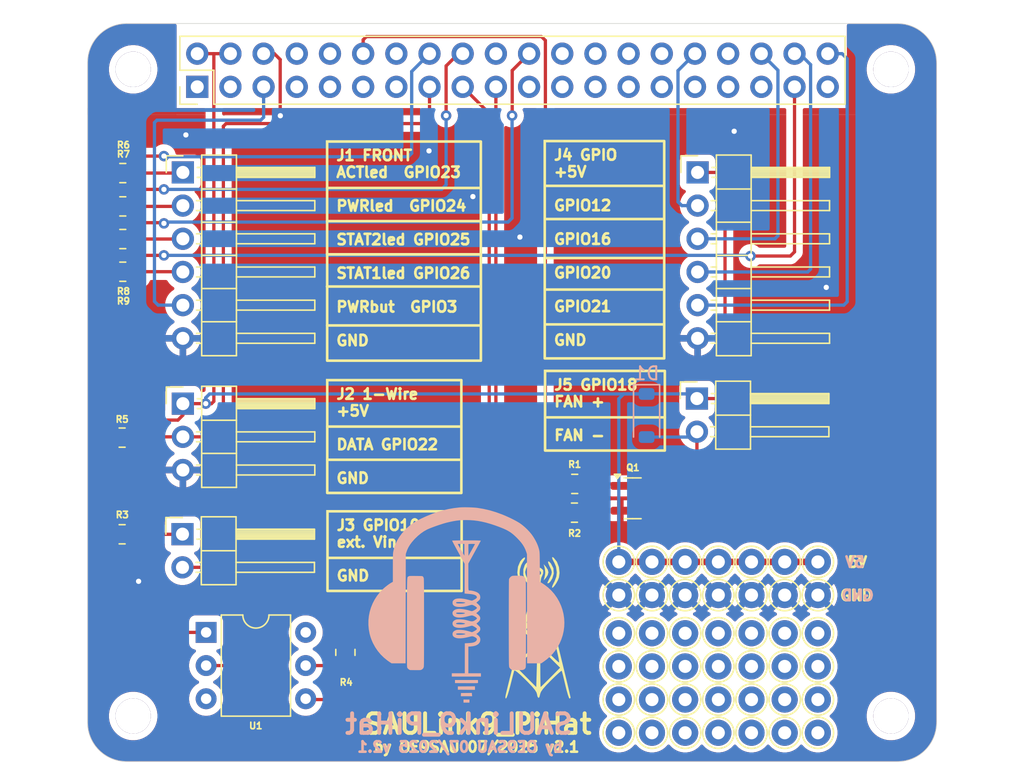
<source format=kicad_pcb>
(kicad_pcb (version 20241229) (generator "pcbnew") (generator_version "9.0")
  (layers (0 "F.Cu" signal) (2 "B.Cu" signal) (13 "F.Paste" user) (15 "B.Paste" user) (5 "F.SilkS" user "F.Silkscreen") (7 "B.SilkS" user "B.Silkscreen") (1 "F.Mask" user) (3 "B.Mask" user) (25 "Edge.Cuts" user))
  (net 0 "")
  (net 3 "Net-(J1-MOSI0{slash}GPIO10)")
  (net 5 "Net-(J1-GPIO26)")
  (net 7 "GND")
  (net 8 "Net-(J1-GPIO16)")
  (net 9 "Net-(J1-GPIO21{slash}SCLK1)")
  (net 11 "+5V")
  (net 13 "Net-(J1-GPIO18{slash}PWM0)")
  (net 15 "+3.3V")
  (net 17 "Net-(J1-GPIO22)")
  (net 19 "Net-(J1-GPIO24)")
  (net 20 "Net-(J1-GPIO25)")
  (net 23 "Net-(J1-GPIO20{slash}MOSI1)")
  (net 25 "GPIO17")
  (net 26 "Net-(J1-GPIO23)")
  (net 29 "Net-(J1-PWM0{slash}GPIO12)")
  (net 30 "Net-(J2-Pin_2)")
  (net 31 "Net-(J2-Pin_1)")
  (net 32 "Net-(J4-Pin_1)")
  (net 33 "Net-(D1-A)")
  (net 34 "Net-(Q1-G)")
  (net 35 "Net-(R3-Pad2)")
  (net 36 "Net-(R4-Pad1)")
  (net 72 "GPIO3")
  (net 73 "Net-(J4-Pin_4)")
  (net 74 "Net-(J4-Pin_3)")
  (net 75 "Net-(J4-Pin_2)")
  (footprint "pihat:ESQ-120-14-T-D" (layer "F.Cu") (at 85.4 60.35 90)
    (property "Reference" "J1" (hide yes))
    (property "Value" "Raspberry_Pi_3")
    (pad "1" thru_hole rect (at 0 0 90) (size 1.7 1.7) (drill 1) (layers "*.Cu" "*.Mask") (net 15 "+3.3V"))
    (pad "2" thru_hole oval (at 2.54 0 90) (size 1.7 1.7) (drill 1) (layers "*.Cu" "*.Mask") (net 11 "+5V"))
    (pad "3" thru_hole oval (at 0 2.54 90) (size 1.7 1.7) (drill 1) (layers "*.Cu" "*.Mask"))
    (pad "4" thru_hole oval (at 2.54 2.54 90) (size 1.7 1.7) (drill 1) (layers "*.Cu" "*.Mask") (net 11 "+5V"))
    (pad "5" thru_hole oval (at 0 5.08 90) (size 1.7 1.7) (drill 1) (layers "*.Cu" "*.Mask") (net 72 "GPIO3"))
    (pad "6" thru_hole oval (at 2.54 5.08 90) (size 1.7 1.7) (drill 1) (layers "*.Cu" "*.Mask") (net 7 "GND"))
    (pad "7" thru_hole oval (at 0 7.62 90) (size 1.7 1.7) (drill 1) (layers "*.Cu" "*.Mask"))
    (pad "8" thru_hole oval (at 2.54 7.62 90) (size 1.7 1.7) (drill 1) (layers "*.Cu" "*.Mask"))
    (pad "9" thru_hole oval (at 0 10.16 90) (size 1.7 1.7) (drill 1) (layers "*.Cu" "*.Mask"))
    (pad "10" thru_hole oval (at 2.54 10.16 90) (size 1.7 1.7) (drill 1) (layers "*.Cu" "*.Mask"))
    (pad "11" thru_hole oval (at 0 12.7 90) (size 1.7 1.7) (drill 1) (layers "*.Cu" "*.Mask") (net 25 "GPIO17"))
    (pad "12" thru_hole oval (at 2.54 12.7 90) (size 1.7 1.7) (drill 1) (layers "*.Cu" "*.Mask") (net 13 "Net-(J1-GPIO18{slash}PWM0)"))
    (pad "13" thru_hole oval (at 0 15.24 90) (size 1.7 1.7) (drill 1) (layers "*.Cu" "*.Mask"))
    (pad "14" thru_hole oval (at 2.54 15.24 90) (size 1.7 1.7) (drill 1) (layers "*.Cu" "*.Mask"))
    (pad "15" thru_hole oval (at 0 17.78 90) (size 1.7 1.7) (drill 1) (layers "*.Cu" "*.Mask") (net 17 "Net-(J1-GPIO22)"))
    (pad "16" thru_hole oval (at 2.54 17.78 90) (size 1.7 1.7) (drill 1) (layers "*.Cu" "*.Mask") (net 26 "Net-(J1-GPIO23)"))
    (pad "17" thru_hole oval (at 0 20.32 90) (size 1.7 1.7) (drill 1) (layers "*.Cu" "*.Mask") (net 15 "+3.3V"))
    (pad "18" thru_hole oval (at 2.54 20.32 90) (size 1.7 1.7) (drill 1) (layers "*.Cu" "*.Mask") (net 19 "Net-(J1-GPIO24)"))
    (pad "19" thru_hole oval (at 0 22.86 90) (size 1.7 1.7) (drill 1) (layers "*.Cu" "*.Mask") (net 3 "Net-(J1-MOSI0{slash}GPIO10)"))
    (pad "20" thru_hole oval (at 2.54 22.86 90) (size 1.7 1.7) (drill 1) (layers "*.Cu" "*.Mask"))
    (pad "21" thru_hole oval (at 0 25.4 90) (size 1.7 1.7) (drill 1) (layers "*.Cu" "*.Mask"))
    (pad "22" thru_hole oval (at 2.54 25.4 90) (size 1.7 1.7) (drill 1) (layers "*.Cu" "*.Mask") (net 20 "Net-(J1-GPIO25)"))
    (pad "23" thru_hole oval (at 0 27.94 90) (size 1.7 1.7) (drill 1) (layers "*.Cu" "*.Mask"))
    (pad "24" thru_hole oval (at 2.54 27.94 90) (size 1.7 1.7) (drill 1) (layers "*.Cu" "*.Mask"))
    (pad "25" thru_hole oval (at 0 30.48 90) (size 1.7 1.7) (drill 1) (layers "*.Cu" "*.Mask"))
    (pad "26" thru_hole oval (at 2.54 30.48 90) (size 1.7 1.7) (drill 1) (layers "*.Cu" "*.Mask"))
    (pad "27" thru_hole oval (at 0 33.02 90) (size 1.7 1.7) (drill 1) (layers "*.Cu" "*.Mask"))
    (pad "28" thru_hole oval (at 2.54 33.02 90) (size 1.7 1.7) (drill 1) (layers "*.Cu" "*.Mask"))
    (pad "29" thru_hole oval (at 0 35.56 90) (size 1.7 1.7) (drill 1) (layers "*.Cu" "*.Mask"))
    (pad "30" thru_hole oval (at 2.54 35.56 90) (size 1.7 1.7) (drill 1) (layers "*.Cu" "*.Mask"))
    (pad "31" thru_hole oval (at 0 38.1 90) (size 1.7 1.7) (drill 1) (layers "*.Cu" "*.Mask"))
    (pad "32" thru_hole oval (at 2.54 38.1 90) (size 1.7 1.7) (drill 1) (layers "*.Cu" "*.Mask") (net 29 "Net-(J1-PWM0{slash}GPIO12)"))
    (pad "33" thru_hole oval (at 0 40.64 90) (size 1.7 1.7) (drill 1) (layers "*.Cu" "*.Mask"))
    (pad "34" thru_hole oval (at 2.54 40.64 90) (size 1.7 1.7) (drill 1) (layers "*.Cu" "*.Mask"))
    (pad "35" thru_hole oval (at 0 43.18 90) (size 1.7 1.7) (drill 1) (layers "*.Cu" "*.Mask"))
    (pad "36" thru_hole oval (at 2.54 43.18 90) (size 1.7 1.7) (drill 1) (layers "*.Cu" "*.Mask") (net 8 "Net-(J1-GPIO16)"))
    (pad "37" thru_hole oval (at 0 45.72 90) (size 1.7 1.7) (drill 1) (layers "*.Cu" "*.Mask") (net 5 "Net-(J1-GPIO26)"))
    (pad "38" thru_hole oval (at 2.54 45.72 90) (size 1.7 1.7) (drill 1) (layers "*.Cu" "*.Mask") (net 23 "Net-(J1-GPIO20{slash}MOSI1)"))
    (pad "39" thru_hole oval (at 0 48.26 90) (size 1.7 1.7) (drill 1) (layers "*.Cu" "*.Mask"))
    (pad "40" thru_hole oval (at 2.54 48.26 90) (size 1.7 1.7) (drill 1) (layers "*.Cu" "*.Mask") (net 9 "Net-(J1-GPIO21{slash}SCLK1)"))
  )
  (footprint "Resistor_SMD:R_0805_2012Metric_Pad1.20x1.40mm_HandSolder" (layer "F.Cu") (at 96.74 103.64 90)
    (property "Reference" "R4" (at -2.29 0.06 0) (layer "F.SilkS") (effects (font (size 0.5 0.5) (thickness 0.125))))
    (property "Value" "1k")
    (pad "1" smd roundrect (at -1 0 90) (size 1.2 1.4) (layers "F.Cu" "F.Mask" "F.Paste") (roundrect_rratio 0.208333) (net 36 "Net-(R4-Pad1)"))
    (pad "2" smd roundrect (at 1 0 90) (size 1.2 1.4) (layers "F.Cu" "F.Mask" "F.Paste") (roundrect_rratio 0.208333) (net 15 "+3.3V"))
  )
  (footprint "TestPoint:TestPoint_THTPad_D2.0mm_Drill1.0mm" (layer "F.Cu") (at 122.7484 107.2536)
    (property "Reference" "TP36" (hide yes))
    (property "Value" "TestPoint")
    (pad "1" thru_hole circle (at 0 0) (size 2 2) (drill 1) (layers "*.Cu" "*.Mask"))
  )
  (footprint "TestPoint:TestPoint_THTPad_D2.0mm_Drill1.0mm" (layer "F.Cu") (at 122.7484 109.7936)
    (property "Reference" "TP15" (hide yes))
    (property "Value" "TestPoint")
    (pad "1" thru_hole circle (at 0 0) (size 2 2) (drill 1) (layers "*.Cu" "*.Mask"))
  )
  (footprint "TestPoint:TestPoint_THTPad_D2.0mm_Drill1.0mm" (layer "F.Cu") (at 132.9084 104.7136)
    (property "Reference" "TP333" (hide yes))
    (property "Value" "TestPoint")
    (pad "1" thru_hole circle (at 0 0) (size 2 2) (drill 1) (layers "*.Cu" "*.Mask"))
  )
  (footprint "TestPoint:TestPoint_THTPad_D2.0mm_Drill1.0mm" (layer "F.Cu") (at 127.8284 96.7126)
    (property "Reference" "TP21" (hide yes))
    (property "Value" "TestPoint")
    (pad "1" thru_hole circle (at 0 0) (size 2 2) (drill 1) (layers "*.Cu" "*.Mask") (net 11 "+5V"))
  )
  (footprint "MountingHole:MountingHole_2.7mm_M2.5" (layer "F.Cu") (at 80.4977 59.0093)
    (property "Reference" "REF1" (hide yes))
    (property "Value" "MountingHole_2.7mm_M2.5")
    (pad "1" thru_hole circle (at 0 0) (size 2.7 2.7) (drill 2.7) (layers "*.Cu" "*.Mask"))
  )
  (footprint "Resistor_SMD:R_0805_2012Metric_Pad1.20x1.40mm_HandSolder" (layer "F.Cu") (at 79.7 74.5 180)
    (property "Reference" "R9" (at -0.05 -2.25 180) (layer "F.SilkS") (effects (font (size 0.5 0.5) (thickness 0.125))))
    (property "Value" "0R")
    (pad "1" smd roundrect (at -1 0 180) (size 1.2 1.4) (layers "F.Cu" "F.Mask" "F.Paste") (roundrect_rratio 0.208333) (net 73 "Net-(J4-Pin_4)"))
    (pad "2" smd roundrect (at 1 0 180) (size 1.2 1.4) (layers "F.Cu" "F.Mask" "F.Paste") (roundrect_rratio 0.208333) (net 5 "Net-(J1-GPIO26)"))
  )
  (footprint "TestPoint:TestPoint_THTPad_D2.0mm_Drill1.0mm" (layer "F.Cu") (at 130.3684 104.7136)
    (property "Reference" "TP28" (hide yes))
    (property "Value" "TestPoint")
    (pad "1" thru_hole circle (at 0 0) (size 2 2) (drill 1) (layers "*.Cu" "*.Mask"))
  )
  (footprint "Package_TO_SOT_SMD:SOT-23" (layer "F.Cu") (at 118.7259 91.8446)
    (property "Reference" "Q1" (at 0.0241 -2.3446 180) (layer "F.SilkS") (effects (font (size 0.5 0.5) (thickness 0.125))))
    (property "Value" "AO3400A")
    (pad "1" smd roundrect (at -0.9375 -0.95) (size 1.475 0.6) (layers "F.Cu" "F.Mask" "F.Paste") (net 34 "Net-(Q1-G)"))
    (pad "2" smd roundrect (at -0.9375 0.95) (size 1.475 0.6) (layers "F.Cu" "F.Mask" "F.Paste") (net 7 "GND"))
    (pad "3" smd roundrect (at 0.9375 0) (size 1.475 0.6) (layers "F.Cu" "F.Mask" "F.Paste") (net 33 "Net-(D1-A)"))
  )
  (footprint "TestPoint:TestPoint_THTPad_D2.0mm_Drill1.0mm" (layer "F.Cu") (at 117.6684 107.2536)
    (property "Reference" "TP34" (hide yes))
    (property "Value" "TestPoint")
    (pad "1" thru_hole circle (at 0 0) (size 2 2) (drill 1) (layers "*.Cu" "*.Mask"))
  )
  (footprint "TestPoint:TestPoint_THTPad_D2.0mm_Drill1.0mm" (layer "F.Cu") (at 130.3684 96.7126)
    (property "Reference" "TP26" (hide yes))
    (property "Value" "TestPoint")
    (pad "1" thru_hole circle (at 0 0) (size 2 2) (drill 1) (layers "*.Cu" "*.Mask") (net 11 "+5V"))
  )
  (footprint "TestPoint:TestPoint_THTPad_D2.0mm_Drill1.0mm" (layer "F.Cu") (at 125.2884 99.2526)
    (property "Reference" "TP17" (hide yes))
    (property "Value" "TestPoint")
    (pad "1" thru_hole circle (at 0 0) (size 2 2) (drill 1) (layers "*.Cu" "*.Mask") (net 7 "GND"))
  )
  (footprint "Resistor_SMD:R_0805_2012Metric_Pad1.20x1.40mm_HandSolder" (layer "F.Cu") (at 79.7 69.5 180)
    (property "Reference" "R7" (at -0.05 4 180) (layer "F.SilkS") (effects (font (size 0.5 0.5) (thickness 0.125))))
    (property "Value" "0R")
    (pad "1" smd roundrect (at -1 0 180) (size 1.2 1.4) (layers "F.Cu" "F.Mask" "F.Paste") (roundrect_rratio 0.208333) (net 75 "Net-(J4-Pin_2)"))
    (pad "2" smd roundrect (at 1 0 180) (size 1.2 1.4) (layers "F.Cu" "F.Mask" "F.Paste") (roundrect_rratio 0.208333) (net 19 "Net-(J1-GPIO24)"))
  )
  (footprint "TestPoint:TestPoint_THTPad_D2.0mm_Drill1.0mm" (layer "F.Cu") (at 125.2884 102.1736)
    (property "Reference" "TP19" (hide yes))
    (property "Value" "TestPoint")
    (pad "1" thru_hole circle (at 0 0) (size 2 2) (drill 1) (layers "*.Cu" "*.Mask"))
  )
  (footprint "Package_DIP:DIP-6_W7.62mm" (layer "F.Cu") (at 86.08 102.11)
    (property "Reference" "U1" (at 3.8008 7.1498 0) (layer "F.SilkS") (effects (font (size 0.5 0.5) (thickness 0.125))))
    (property "Value" "4N37")
    (pad "1" thru_hole rect (at 0 0) (size 1.6 1.6) (drill 0.8) (layers "*.Cu" "*.Mask") (net 35 "Net-(R3-Pad2)"))
    (pad "2" thru_hole oval (at 0 2.54) (size 1.6 1.6) (drill 0.8) (layers "*.Cu" "*.Mask") (net 30 "Net-(J2-Pin_2)"))
    (pad "3" thru_hole oval (at 0 5.08) (size 1.6 1.6) (drill 0.8) (layers "*.Cu" "*.Mask"))
    (pad "4" thru_hole oval (at 7.62 5.08) (size 1.6 1.6) (drill 0.8) (layers "*.Cu" "*.Mask") (net 3 "Net-(J1-MOSI0{slash}GPIO10)"))
    (pad "5" thru_hole oval (at 7.62 2.54) (size 1.6 1.6) (drill 0.8) (layers "*.Cu" "*.Mask") (net 36 "Net-(R4-Pad1)"))
    (pad "6" thru_hole oval (at 7.62 0) (size 1.6 1.6) (drill 0.8) (layers "*.Cu" "*.Mask"))
  )
  (footprint "Resistor_SMD:R_0805_2012Metric_Pad1.20x1.40mm_HandSolder" (layer "F.Cu") (at 114.2934 90.7446)
    (property "Reference" "R1" (at 0 -1.49 180) (layer "F.SilkS") (effects (font (size 0.5 0.5) (thickness 0.125))))
    (property "Value" "470")
    (pad "1" smd roundrect (at -1 0) (size 1.2 1.4) (layers "F.Cu" "F.Mask" "F.Paste") (roundrect_rratio 0.208333) (net 13 "Net-(J1-GPIO18{slash}PWM0)"))
    (pad "2" smd roundrect (at 1 0) (size 1.2 1.4) (layers "F.Cu" "F.Mask" "F.Paste") (roundrect_rratio 0.208333) (net 34 "Net-(Q1-G)"))
  )
  (footprint "TestPoint:TestPoint_THTPad_D2.0mm_Drill1.0mm" (layer "F.Cu") (at 122.7484 102.1736)
    (property "Reference" "TP14" (hide yes))
    (property "Value" "TestPoint")
    (pad "1" thru_hole circle (at 0 0) (size 2 2) (drill 1) (layers "*.Cu" "*.Mask"))
  )
  (footprint "TestPoint:TestPoint_THTPad_D2.0mm_Drill1.0mm" (layer "F.Cu") (at 117.6684 102.1736)
    (property "Reference" "TP4" (hide yes))
    (property "Value" "TestPoint")
    (pad "1" thru_hole circle (at 0 0) (size 2 2) (drill 1) (layers "*.Cu" "*.Mask"))
  )
  (footprint "TestPoint:TestPoint_THTPad_D2.0mm_Drill1.0mm" (layer "F.Cu") (at 125.2884 104.7136)
    (property "Reference" "TP18" (hide yes))
    (property "Value" "TestPoint")
    (pad "1" thru_hole circle (at 0 0) (size 2 2) (drill 1) (layers "*.Cu" "*.Mask"))
  )
  (footprint "TestPoint:TestPoint_THTPad_D2.0mm_Drill1.0mm" (layer "F.Cu") (at 127.8284 102.1736)
    (property "Reference" "TP24" (hide yes))
    (property "Value" "TestPoint")
    (pad "1" thru_hole circle (at 0 0) (size 2 2) (drill 1) (layers "*.Cu" "*.Mask"))
  )
  (footprint "Connector_PinHeader_2.54mm:PinHeader_1x02_P2.54mm_Horizontal" (layer "F.Cu") (at 123.65 84.21)
    (property "Reference" "M1" (hide yes))
    (property "Value" "Fan")
    (pad "1" thru_hole rect (at 0 0) (size 1.7 1.7) (drill 1) (layers "*.Cu" "*.Mask") (net 11 "+5V"))
    (pad "2" thru_hole oval (at 0 2.54) (size 1.7 1.7) (drill 1) (layers "*.Cu" "*.Mask") (net 33 "Net-(D1-A)"))
  )
  (footprint "Resistor_SMD:R_0805_2012Metric_Pad1.20x1.40mm_HandSolder" (layer "F.Cu") (at 79.7 66.95 180)
    (property "Reference" "R6" (at -0.05 2.15 180) (layer "F.SilkS") (effects (font (size 0.5 0.5) (thickness 0.125))))
    (property "Value" "0R")
    (pad "1" smd roundrect (at -1 0 180) (size 1.2 1.4) (layers "F.Cu" "F.Mask" "F.Paste") (roundrect_rratio 0.208333) (net 32 "Net-(J4-Pin_1)"))
    (pad "2" smd roundrect (at 1 0 180) (size 1.2 1.4) (layers "F.Cu" "F.Mask" "F.Paste") (roundrect_rratio 0.208333) (net 26 "Net-(J1-GPIO23)"))
  )
  (footprint "TestPoint:TestPoint_THTPad_D2.0mm_Drill1.0mm" (layer "F.Cu") (at 127.8284 99.2526)
    (property "Reference" "TP22" (hide yes))
    (property "Value" "TestPoint")
    (pad "1" thru_hole circle (at 0 0) (size 2 2) (drill 1) (layers "*.Cu" "*.Mask") (net 7 "GND"))
  )
  (footprint "TestPoint:TestPoint_THTPad_D2.0mm_Drill1.0mm" (layer "F.Cu") (at 117.6684 109.7936)
    (property "Reference" "TP5" (hide yes))
    (property "Value" "TestPoint")
    (pad "1" thru_hole circle (at 0 0) (size 2 2) (drill 1) (layers "*.Cu" "*.Mask"))
  )
  (footprint "TestPoint:TestPoint_THTPad_D2.0mm_Drill1.0mm" (layer "F.Cu") (at 122.7484 99.2526)
    (property "Reference" "TP12" (hide yes))
    (property "Value" "TestPoint")
    (pad "1" thru_hole circle (at 0 0) (size 2 2) (drill 1) (layers "*.Cu" "*.Mask") (net 7 "GND"))
  )
  (footprint "MountingHole:MountingHole_2.7mm_M2.5" (layer "F.Cu") (at 80.4977 108.5093)
    (property "Reference" "REF2" (hide yes))
    (property "Value" "MountingHole_2.7mm_M2.5")
    (pad "1" thru_hole circle (at 0 0) (size 2.7 2.7) (drill 2.7) (layers "*.Cu" "*.Mask"))
  )
  (footprint "TestPoint:TestPoint_THTPad_D2.0mm_Drill1.0mm" (layer "F.Cu") (at 117.6684 99.2526)
    (property "Reference" "TP2" (hide yes))
    (property "Value" "TestPoint")
    (pad "1" thru_hole circle (at 0 0) (size 2 2) (drill 1) (layers "*.Cu" "*.Mask") (net 7 "GND"))
  )
  (footprint "TestPoint:TestPoint_THTPad_D2.0mm_Drill1.0mm" (layer "F.Cu") (at 130.3684 109.7936)
    (property "Reference" "TP30" (hide yes))
    (property "Value" "TestPoint")
    (pad "1" thru_hole circle (at 0 0) (size 2 2) (drill 1) (layers "*.Cu" "*.Mask"))
  )
  (footprint "TestPoint:TestPoint_THTPad_D2.0mm_Drill1.0mm" (layer "F.Cu") (at 127.8284 109.7936)
    (property "Reference" "TP25" (hide yes))
    (property "Value" "TestPoint")
    (pad "1" thru_hole circle (at 0 0) (size 2 2) (drill 1) (layers "*.Cu" "*.Mask"))
  )
  (footprint "MountingHole:MountingHole_2.7mm_M2.5" (layer "F.Cu") (at 138.4977 108.5093)
    (property "Reference" "REF3" (hide yes))
    (property "Value" "MountingHole_2.7mm_M2.5")
    (pad "1" thru_hole circle (at 0 0) (size 2.7 2.7) (drill 2.7) (layers "*.Cu" "*.Mask"))
  )
  (footprint "TestPoint:TestPoint_THTPad_D2.0mm_Drill1.0mm" (layer "F.Cu") (at 125.2884 107.2536)
    (property "Reference" "TP33" (hide yes))
    (property "Value" "TestPoint")
    (pad "1" thru_hole circle (at 0 0) (size 2 2) (drill 1) (layers "*.Cu" "*.Mask"))
  )
  (footprint "TestPoint:TestPoint_THTPad_D2.0mm_Drill1.0mm" (layer "F.Cu") (at 120.2084 109.7936)
    (property "Reference" "TP10" (hide yes))
    (property "Value" "TestPoint")
    (pad "1" thru_hole circle (at 0 0) (size 2 2) (drill 1) (layers "*.Cu" "*.Mask"))
  )
  (footprint "TestPoint:TestPoint_THTPad_D2.0mm_Drill1.0mm" (layer "F.Cu") (at 122.7484 96.7126)
    (property "Reference" "TP11" (hide yes))
    (property "Value" "TestPoint")
    (pad "1" thru_hole circle (at 0 0) (size 2 2) (drill 1) (layers "*.Cu" "*.Mask") (net 11 "+5V"))
  )
  (footprint "TestPoint:TestPoint_THTPad_D2.0mm_Drill1.0mm" (layer "F.Cu") (at 125.2884 96.7126)
    (property "Reference" "TP16" (hide yes))
    (property "Value" "TestPoint")
    (pad "1" thru_hole circle (at 0 0) (size 2 2) (drill 1) (layers "*.Cu" "*.Mask") (net 11 "+5V"))
  )
  (footprint "Connector_PinHeader_2.54mm:PinHeader_1x06_P2.54mm_Horizontal" (layer "F.Cu") (at 84.3 66.9)
    (property "Reference" "J4" (hide yes))
    (property "Value" "FronPanel")
    (pad "1" thru_hole rect (at 0 0) (size 1.7 1.7) (drill 1) (layers "*.Cu" "*.Mask") (net 32 "Net-(J4-Pin_1)"))
    (pad "2" thru_hole oval (at 0 2.54) (size 1.7 1.7) (drill 1) (layers "*.Cu" "*.Mask") (net 75 "Net-(J4-Pin_2)"))
    (pad "3" thru_hole oval (at 0 5.08) (size 1.7 1.7) (drill 1) (layers "*.Cu" "*.Mask") (net 74 "Net-(J4-Pin_3)"))
    (pad "4" thru_hole oval (at 0 7.62) (size 1.7 1.7) (drill 1) (layers "*.Cu" "*.Mask") (net 73 "Net-(J4-Pin_4)"))
    (pad "5" thru_hole oval (at 0 10.16) (size 1.7 1.7) (drill 1) (layers "*.Cu" "*.Mask") (net 72 "GPIO3"))
    (pad "6" thru_hole oval (at 0 12.7) (size 1.7 1.7) (drill 1) (layers "*.Cu" "*.Mask") (net 7 "GND"))
  )
  (footprint "TestPoint:TestPoint_THTPad_D2.0mm_Drill1.0mm" (layer "F.Cu") (at 132.9084 102.1736)
    (property "Reference" "TP341" (hide yes))
    (property "Value" "TestPoint")
    (pad "1" thru_hole circle (at 0 0) (size 2 2) (drill 1) (layers "*.Cu" "*.Mask"))
  )
  (footprint "TestPoint:TestPoint_THTPad_D2.0mm_Drill1.0mm" (layer "F.Cu") (at 132.9084 107.2536)
    (property "Reference" "TP31" (hide yes))
    (property "Value" "TestPoint")
    (pad "1" thru_hole circle (at 0 0) (size 2 2) (drill 1) (layers "*.Cu" "*.Mask"))
  )
  (footprint "TestPoint:TestPoint_THTPad_D2.0mm_Drill1.0mm" (layer "F.Cu") (at 120.2084 102.1736)
    (property "Reference" "TP9" (hide yes))
    (property "Value" "TestPoint")
    (pad "1" thru_hole circle (at 0 0) (size 2 2) (drill 1) (layers "*.Cu" "*.Mask"))
  )
  (footprint "TestPoint:TestPoint_THTPad_D2.0mm_Drill1.0mm" (layer "F.Cu") (at 127.8284 107.2536)
    (property "Reference" "TP32" (hide yes))
    (property "Value" "TestPoint")
    (pad "1" thru_hole circle (at 0 0) (size 2 2) (drill 1) (layers "*.Cu" "*.Mask"))
  )
  (footprint "MountingHole:MountingHole_2.7mm_M2.5" (layer "F.Cu") (at 138.4977 59.0093)
    (property "Reference" "REF4" (hide yes))
    (property "Value" "MountingHole_2.7mm_M2.5")
    (pad "1" thru_hole circle (at 0 0) (size 2.7 2.7) (drill 2.7) (layers "*.Cu" "*.Mask"))
  )
  (footprint "Resistor_SMD:R_0805_2012Metric_Pad1.20x1.40mm_HandSolder" (layer "F.Cu") (at 79.65 94.6 180)
    (property "Reference" "R3" (at -0.01 1.49 180) (layer "F.SilkS") (effects (font (size 0.5 0.5) (thickness 0.125))))
    (property "Value" "1k")
    (pad "1" smd roundrect (at -1 0 180) (size 1.2 1.4) (layers "F.Cu" "F.Mask" "F.Paste") (roundrect_rratio 0.208333) (net 31 "Net-(J2-Pin_1)"))
    (pad "2" smd roundrect (at 1 0 180) (size 1.2 1.4) (layers "F.Cu" "F.Mask" "F.Paste") (roundrect_rratio 0.208333) (net 35 "Net-(R3-Pad2)"))
  )
  (footprint "TestPoint:TestPoint_THTPad_D2.0mm_Drill1.0mm" (layer "F.Cu") (at 127.8284 104.7136)
    (property "Reference" "TP23" (hide yes))
    (property "Value" "TestPoint")
    (pad "1" thru_hole circle (at 0 0) (size 2 2) (drill 1) (layers "*.Cu" "*.Mask"))
  )
  (footprint "LOGO" (layer "F.Cu") (at 111.75 102.1)
    (property "Reference" "G1" (hide yes))
    (property "Value" " " (hide yes))
  )
  (footprint "TestPoint:TestPoint_THTPad_D2.0mm_Drill1.0mm" (layer "F.Cu") (at 125.2884 109.7936)
    (property "Reference" "TP20" (hide yes))
    (property "Value" "TestPoint")
    (pad "1" thru_hole circle (at 0 0) (size 2 2) (drill 1) (layers "*.Cu" "*.Mask"))
  )
  (footprint "TestPoint:TestPoint_THTPad_D2.0mm_Drill1.0mm" (layer "F.Cu") (at 132.9084 96.7126)
    (property "Reference" "TP31" (hide yes))
    (property "Value" "TestPoint")
    (pad "1" thru_hole circle (at 0 0) (size 2 2) (drill 1) (layers "*.Cu" "*.Mask") (net 11 "+5V"))
  )
  (footprint "Resistor_SMD:R_0805_2012Metric_Pad1.20x1.40mm_HandSolder" (layer "F.Cu") (at 79.65 87.2)
    (property "Reference" "R5" (at 0 -1.4 180) (layer "F.SilkS") (effects (font (size 0.5 0.5) (thickness 0.125))))
    (property "Value" "470")
    (pad "1" smd roundrect (at -1 0) (size 1.2 1.4) (layers "F.Cu" "F.Mask" "F.Paste") (roundrect_rratio 0.208333) (net 11 "+5V"))
    (pad "2" smd roundrect (at 1 0) (size 1.2 1.4) (layers "F.Cu" "F.Mask" "F.Paste") (roundrect_rratio 0.208333) (net 17 "Net-(J1-GPIO22)"))
  )
  (footprint "TestPoint:TestPoint_THTPad_D2.0mm_Drill1.0mm" (layer "F.Cu") (at 130.3684 107.2536)
    (property "Reference" "TP35" (hide yes))
    (property "Value" "TestPoint")
    (pad "1" thru_hole circle (at 0 0) (size 2 2) (drill 1) (layers "*.Cu" "*.Mask"))
  )
  (footprint "TestPoint:TestPoint_THTPad_D2.0mm_Drill1.0mm" (layer "F.Cu") (at 120.2084 96.7126)
    (property "Reference" "TP6" (hide yes))
    (property "Value" "TestPoint")
    (pad "1" thru_hole circle (at 0 0) (size 2 2) (drill 1) (layers "*.Cu" "*.Mask") (net 11 "+5V"))
  )
  (footprint "TestPoint:TestPoint_THTPad_D2.0mm_Drill1.0mm" (layer "F.Cu") (at 117.6684 104.7136)
    (property "Reference" "TP3" (hide yes))
    (property "Value" "TestPoint")
    (pad "1" thru_hole circle (at 0 0) (size 2 2) (drill 1) (layers "*.Cu" "*.Mask"))
  )
  (footprint "TestPoint:TestPoint_THTPad_D2.0mm_Drill1.0mm" (layer "F.Cu") (at 130.3684 102.1736)
    (property "Reference" "TP29" (hide yes))
    (property "Value" "TestPoint")
    (pad "1" thru_hole circle (at 0 0) (size 2 2) (drill 1) (layers "*.Cu" "*.Mask"))
  )
  (footprint "Resistor_SMD:R_0805_2012Metric_Pad1.20x1.40mm_HandSolder" (layer "F.Cu") (at 79.7 72 180)
    (property "Reference" "R8" (at -0.05 -4 180) (layer "F.SilkS") (effects (font (size 0.5 0.5) (thickness 0.125))))
    (property "Value" "0R")
    (pad "1" smd roundrect (at -1 0 180) (size 1.2 1.4) (layers "F.Cu" "F.Mask" "F.Paste") (roundrect_rratio 0.208333) (net 74 "Net-(J4-Pin_3)"))
    (pad "2" smd roundrect (at 1 0 180) (size 1.2 1.4) (layers "F.Cu" "F.Mask" "F.Paste") (roundrect_rratio 0.208333) (net 20 "Net-(J1-GPIO25)"))
  )
  (footprint "TestPoint:TestPoint_THTPad_D2.0mm_Drill1.0mm" (layer "F.Cu") (at 120.2084 104.7136)
    (property "Reference" "TP8" (hide yes))
    (property "Value" "TestPoint")
    (pad "1" thru_hole circle (at 0 0) (size 2 2) (drill 1) (layers "*.Cu" "*.Mask"))
  )
  (footprint "TestPoint:TestPoint_THTPad_D2.0mm_Drill1.0mm" (layer "F.Cu") (at 120.2084 107.2536)
    (property "Reference" "TP37" (hide yes))
    (property "Value" "TestPoint")
    (pad "1" thru_hole circle (at 0 0) (size 2 2) (drill 1) (layers "*.Cu" "*.Mask"))
  )
  (footprint "Connector_PinHeader_2.54mm:PinHeader_1x02_P2.54mm_Horizontal" (layer "F.Cu") (at 84.27 94.59)
    (property "Reference" "J2" (hide yes))
    (property "Value" "TRX")
    (pad "1" thru_hole rect (at 0 0) (size 1.7 1.7) (drill 1) (layers "*.Cu" "*.Mask") (net 31 "Net-(J2-Pin_1)"))
    (pad "2" thru_hole oval (at 0 2.54) (size 1.7 1.7) (drill 1) (layers "*.Cu" "*.Mask") (net 30 "Net-(J2-Pin_2)"))
  )
  (footprint "Connector_PinHeader_2.54mm:PinHeader_1x06_P2.54mm_Horizontal" (layer "F.Cu") (at 123.7 66.9)
    (property "Reference" "J4" (hide yes))
    (property "Value" "RelayModule")
    (pad "1" thru_hole rect (at 0 0) (size 1.7 1.7) (drill 1) (layers "*.Cu" "*.Mask") (net 11 "+5V"))
    (pad "2" thru_hole oval (at 0 2.54) (size 1.7 1.7) (drill 1) (layers "*.Cu" "*.Mask") (net 29 "Net-(J1-PWM0{slash}GPIO12)"))
    (pad "3" thru_hole oval (at 0 5.08) (size 1.7 1.7) (drill 1) (layers "*.Cu" "*.Mask") (net 8 "Net-(J1-GPIO16)"))
    (pad "4" thru_hole oval (at 0 7.62) (size 1.7 1.7) (drill 1) (layers "*.Cu" "*.Mask") (net 23 "Net-(J1-GPIO20{slash}MOSI1)"))
    (pad "5" thru_hole oval (at 0 10.16) (size 1.7 1.7) (drill 1) (layers "*.Cu" "*.Mask") (net 9 "Net-(J1-GPIO21{slash}SCLK1)"))
    (pad "6" thru_hole oval (at 0 12.7) (size 1.7 1.7) (drill 1) (layers "*.Cu" "*.Mask") (net 7 "GND"))
  )
  (footprint "TestPoint:TestPoint_THTPad_D2.0mm_Drill1.0mm" (layer "F.Cu") (at 122.7484 104.7136)
    (property "Reference" "TP13" (hide yes))
    (property "Value" "TestPoint")
    (pad "1" thru_hole circle (at 0 0) (size 2 2) (drill 1) (layers "*.Cu" "*.Mask"))
  )
  (footprint "Connector_PinHeader_2.54mm:PinHeader_1x03_P2.54mm_Horizontal" (layer "F.Cu") (at 84.3 84.6)
    (property "Reference" "J3" (hide yes))
    (property "Value" "1-Wire")
    (pad "1" thru_hole rect (at 0 0) (size 1.7 1.7) (drill 1) (layers "*.Cu" "*.Mask") (net 11 "+5V"))
    (pad "2" thru_hole oval (at 0 2.54) (size 1.7 1.7) (drill 1) (layers "*.Cu" "*.Mask") (net 17 "Net-(J1-GPIO22)"))
    (pad "3" thru_hole oval (at 0 5.08) (size 1.7 1.7) (drill 1) (layers "*.Cu" "*.Mask") (net 7 "GND"))
  )
  (footprint "TestPoint:TestPoint_THTPad_D2.0mm_Drill1.0mm" (layer "F.Cu") (at 117.6684 96.7126)
    (property "Reference" "TP1" (hide yes))
    (property "Value" "TestPoint")
    (pad "1" thru_hole circle (at 0 0) (size 2 2) (drill 1) (layers "*.Cu" "*.Mask") (net 11 "+5V"))
  )
  (footprint "TestPoint:TestPoint_THTPad_D2.0mm_Drill1.0mm" (layer "F.Cu") (at 130.3684 99.2526)
    (property "Reference" "TP27" (hide yes))
    (property "Value" "TestPoint")
    (pad "1" thru_hole circle (at 0 0) (size 2 2) (drill 1) (layers "*.Cu" "*.Mask") (net 7 "GND"))
  )
  (footprint "TestPoint:TestPoint_THTPad_D2.0mm_Drill1.0mm" (layer "F.Cu") (at 120.2084 99.2526)
    (property "Reference" "TP7" (hide yes))
    (property "Value" "TestPoint")
    (pad "1" thru_hole circle (at 0 0) (size 2 2) (drill 1) (layers "*.Cu" "*.Mask") (net 7 "GND"))
  )
  (footprint "Resistor_SMD:R_0805_2012Metric_Pad1.20x1.40mm_HandSolder" (layer "F.Cu") (at 114.2734 92.9446 180)
    (property "Reference" "R2" (at -0.01 -1.58 180) (layer "F.SilkS") (effects (font (size 0.5 0.5) (thickness 0.125))))
    (property "Value" "100k")
    (pad "1" smd roundrect (at -1 0 180) (size 1.2 1.4) (layers "F.Cu" "F.Mask" "F.Paste") (roundrect_rratio 0.208333) (net 34 "Net-(Q1-G)"))
    (pad "2" smd roundrect (at 1 0 180) (size 1.2 1.4) (layers "F.Cu" "F.Mask" "F.Paste") (roundrect_rratio 0.208333) (net 7 "GND"))
  )
  (footprint "TestPoint:TestPoint_THTPad_D2.0mm_Drill1.0mm" (layer "F.Cu") (at 132.9084 99.2526)
    (property "Reference" "TP321" (hide yes))
    (property "Value" "TestPoint")
    (pad "1" thru_hole circle (at 0 0) (size 2 2) (drill 1) (layers "*.Cu" "*.Mask") (net 7 "GND"))
  )
  (footprint "TestPoint:TestPoint_THTPad_D2.0mm_Drill1.0mm" (layer "F.Cu") (at 132.9084 109.7936)
    (property "Reference" "TP35" (hide yes))
    (property "Value" "TestPoint")
    (pad "1" thru_hole circle (at 0 0) (size 2 2) (drill 1) (layers "*.Cu" "*.Mask"))
  )
  (footprint "Diode_SMD:D_SOD-123" (layer "B.Cu") (at 119.7954 85.5075 -90)
    (property "Reference" "D1" (at -3.2229 0 180) (layer "B.SilkS") (effects (justify mirror)))
    (property "Value" "1N4148")
    (pad "1" smd roundrect (at -1.65 0 270) (size 0.9 1.2) (layers "B.Cu" "B.Mask" "B.Paste") (net 11 "+5V"))
    (pad "2" smd roundrect (at 1.65 0 270) (size 0.9 1.2) (layers "B.Cu" "B.Mask" "B.Paste") (net 33 "Net-(D1-A)"))
  )
  (footprint "LOGO" (layer "B.Cu") (at 106 100 180)
    (property "Reference" "G10" (hide yes))
    (property "Value" "LOGO" (hide yes))
  )
  (gr_line (start 112.0635 73.4535) (end 121.0805 73.4535) (stroke (width 0.2)) (layer "F.SilkS"))
  (gr_line (start 95.343 78.614) (end 107 78.614) (stroke (width 0.2)) (layer "F.SilkS"))
  (gr_line (start 95.411 96.4073) (end 105.5 96.4073) (stroke (width 0.2)) (layer "F.SilkS"))
  (gr_line (start 112.127 70.469) (end 121.144 70.469) (stroke (width 0.2)) (layer "F.SilkS"))
  (gr_line (start 112.127 67.929) (end 121.144 67.929) (stroke (width 0.2)) (layer "F.SilkS"))
  (gr_line (start 112.0635 78.5335) (end 121.0805 78.5335) (stroke (width 0.2)) (layer "F.SilkS"))
  (gr_line (start 95.3415 70.63) (end 107 70.63) (stroke (width 0.2)) (layer "F.SilkS"))
  (gr_line (start 112.1754 85.6501) (end 121.1924 85.6501) (stroke (width 0.2)) (layer "F.SilkS"))
  (gr_line (start 95.35 88.896) (end 105.5 88.896) (stroke (width 0.2)) (layer "F.SilkS"))
  (gr_line (start 95.35 86.356) (end 105.5 86.356) (stroke (width 0.2)) (layer "F.SilkS"))
  (gr_line (start 95.333 75.634) (end 107 75.634) (stroke (width 0.2)) (layer "F.SilkS"))
  (gr_line (start 112.0635 75.8665) (end 121.0805 75.8665) (stroke (width 0.2)) (layer "F.SilkS"))
  (gr_line (start 95.3415 68.09) (end 107 68.09) (stroke (width 0.2)) (layer "F.SilkS"))
  (gr_line (start 81 112) (end 139 112) (stroke (width 0.05)) (layer "Edge.Cuts"))
  (gr_line (start 81 55.5) (end 139 55.5) (stroke (width 0.05)) (layer "Edge.Cuts"))
  (gr_arc (start 139 55.5) (mid 141.12132 56.37868) (end 142 58.5) (stroke (width 0.05)) (layer "Edge.Cuts"))
  (gr_arc (start 77 58.5) (mid 77.87868 56.37868) (end 80 55.5) (stroke (width 0.05)) (layer "Edge.Cuts"))
  (gr_line (start 77 74.5) (end 77 58.5) (stroke (width 0.05)) (layer "Edge.Cuts"))
  (gr_line (start 77 109) (end 77 74.5) (stroke (width 0.05)) (layer "Edge.Cuts"))
  (gr_line (start 142 109) (end 142 58.5) (stroke (width 0.05)) (layer "Edge.Cuts"))
  (gr_line (start 80 112) (end 81 112) (stroke (width 0.05)) (layer "Edge.Cuts"))
  (gr_line (start 80 55.5) (end 81 55.5) (stroke (width 0.05)) (layer "Edge.Cuts"))
  (gr_arc (start 80 112) (mid 77.87868 111.12132) (end 77 109) (stroke (width 0.05)) (layer "Edge.Cuts"))
  (gr_arc (start 142 109) (mid 141.12132 111.12132) (end 139 112) (stroke (width 0.05)) (layer "Edge.Cuts"))
  (gr_text "by OE9SAU 07/2025 v2.1" (at 98.8 111.35 0) (layer "F.SilkS") (effects (font (size 0.8 0.8) (thickness 0.2) (bold yes)) (justify left bottom)))
  (gr_text "GND" (at 134.506 99.75 0) (layer "F.SilkS") (effects (font (size 0.8 0.8) (thickness 0.2) (bold yes)) (justify left bottom)))
  (gr_text "SAULink9_PiHat" (at 98 110 0) (layer "F.SilkS") (effects (font (size 1.5 1.5) (thickness 0.3) (bold yes)) (justify left bottom)))
  (gr_text "5V" (at 135.076 97.2 0) (layer "F.SilkS") (effects (font (size 0.8 0.8) (thickness 0.2) (bold yes)) (justify left bottom)))
  (gr_text "by OE9SAU 07/2025 v2.1" (at 113.5 111.349588 0) (layer "B.SilkS") (effects (font (size 0.8 0.8) (thickness 0.2) (bold yes)) (justify left bottom mirror)))
  (gr_text "GND" (at 137.3 99.75 0) (layer "B.SilkS") (effects (font (size 0.8 0.8) (thickness 0.2) (bold yes)) (justify left bottom mirror)))
  (gr_text "5V" (at 136.6 97.2 0) (layer "B.SilkS") (effects (font (size 0.8 0.8) (thickness 0.2) (bold yes)) (justify left bottom mirror)))
  (gr_text "SAULink9_PiHat" (at 114.31 110 0) (layer "B.SilkS") (effects (font (size 1.5 1.5) (thickness 0.3) (bold yes)) (justify left bottom mirror)))
  (gr_text_box "\n" (start 95.3445 73.174) (end 107.1115 81.31) (margins 0.7 0.7 0.7 0.7) (layer "F.SilkS") (effects (font (size 0.8 0.8) (thickness 0.2) (bold yes)) (justify left top)) (border yes) (stroke (width 0.2)))
  (gr_text_box "J5 GPIO18\nFAN +\n\nFAN -" (start 112.0254 82.0941) (end 121.1924 88.1901) (margins 0.7 0.7 0.7 0.7) (layer "F.SilkS") (effects (font (size 0.8 0.8) (thickness 0.2) (bold yes)) (justify left top)) (border yes) (stroke (width 0.2)))
  (gr_text_box "J3 GPIO10\next. Vin\n\nGND" (start 95.37 92.84) (end 105.637 98.936) (margins 0.7 0.7 0.7 0.7) (layer "F.SilkS") (effects (font (size 0.8 0.8) (thickness 0.2) (bold yes)) (justify left top)) (border yes) (stroke (width 0.2)))
  (gr_text_box "J1 FRONT\nACTled  GPIO23\n\nPWRled  GPIO24\n\nSTAT2led GPIO25\n\nSTAT1led GPIO26\n\nPWRbut  GPIO3\n\nGND" (start 95.3415 64.534) (end 107.1085 73.17) (margins 0.7 0.7 0.7 0.7) (layer "F.SilkS") (effects (font (size 0.8 0.8) (thickness 0.2) (bold yes)) (justify left top)) (border yes) (stroke (width 0.2)))
  (gr_text_box "J2 1-Wire\n+5V\n\nDATA GPIO22\n\nGND" (start 95.35 82.8) (end 105.617 91.436) (margins 0.7 0.7 0.7 0.7) (layer "F.SilkS") (effects (font (size 0.8 0.8) (thickness 0.2) (bold yes)) (justify left top)) (border yes) (stroke (width 0.2)))
  (gr_text_box "J4 GPIO\n+5V\n\nGPIO12\n\nGPIO16\n\nGPIO20\n\nGPIO21\n\nGND" (start 112 64.5) (end 121.144 81.137) (margins 0.7 0.7 0.7 0.7) (layer "F.SilkS") (effects (font (size 0.8 0.8) (thickness 0.2) (bold yes)) (justify left top)) (border yes) (stroke (width 0.2)))
  (segment (start 93.76 107.25) (end 98 107.25) (width 0.25) (layer "F.Cu") (net 3))
  (segment (start 107.91 103.09) (end 108.26 102.74) (width 0.25) (layer "F.Cu") (net 3))
  (segment (start 108.26 102.74) (end 108.26 60.35) (width 0.25) (layer "F.Cu") (net 3))
  (segment (start 98.91 103.09) (end 107.91 103.09) (width 0.25) (layer "F.Cu") (net 3))
  (segment (start 98.5 103.5) (end 98.91 103.09) (width 0.25) (layer "F.Cu") (net 3))
  (segment (start 93.7 107.19) (end 93.76 107.25) (width 0.25) (layer "F.Cu") (net 3))
  (segment (start 98 107.25) (end 98.5 106.75) (width 0.25) (layer "F.Cu") (net 3))
  (segment (start 98.5 106.75) (end 98.5 103.5) (width 0.25) (layer "F.Cu") (net 3))
  (segment (start 82.855 73.345) (end 82.85 73.35) (width 0.25) (layer "F.Cu") (net 5))
  (segment (start 78.7 74.5) (end 78.7 73.505) (width 0.25) (layer "F.Cu") (net 5))
  (segment (start 131.12 72.98) (end 131.12 60.35) (width 0.25) (layer "F.Cu") (net 5))
  (segment (start 82.845 73.345) (end 82.85 73.35) (width 0.25) (layer "F.Cu") (net 5))
  (segment (start 78.7 73.505) (end 78.955 73.25) (width 0.25) (layer "F.Cu") (net 5))
  (segment (start 130.8 73.3) (end 131.12 72.98) (width 0.25) (layer "F.Cu") (net 5))
  (segment (start 127.75 73.3) (end 130.8 73.3) (width 0.25) (layer "F.Cu") (net 5))
  (segment (start 78.955 73.25) (end 82.845 73.25) (width 0.25) (layer "F.Cu") (net 5))
  (via (at 127.75 73.3) (size 0.8) (drill 0.4) (layers "F.Cu" "B.Cu") (net 5))
  (via (at 82.85 73.25) (size 0.8) (drill 0.4) (layers "F.Cu" "B.Cu") (net 5))
  (segment (start 82.85 73.35) (end 82.855 73.345) (width 0.25) (layer "B.Cu") (net 5))
  (segment (start 127.7 73.25) (end 82.85 73.25) (width 0.25) (layer "B.Cu") (net 5))
  (segment (start 127.75 73.3) (end 127.7 73.25) (width 0.25) (layer "B.Cu") (net 5))
  (segment (start 91.75 62.5) (end 91.81 62.56) (width 0.25) (layer "F.Cu") (net 7))
  (segment (start 91.3 57.81) (end 91.75 58.26) (width 0.25) (layer "F.Cu") (net 7))
  (segment (start 91.75 58.26) (end 91.75 62.5) (width 0.25) (layer "F.Cu") (net 7))
  (segment (start 90.48 57.81) (end 91.3 57.81) (width 0.25) (layer "F.Cu") (net 7))
  (via (at 91.76 62.56) (size 0.8) (drill 0.4) (layers "F.Cu" "B.Cu") (net 7))
  (via (at 84.53 64.03) (size 0.8) (drill 0.4) (layers "F.Cu" "B.Cu") (net 7))
  (via (at 110.1 71.85) (size 0.8) (drill 0.4) (layers "F.Cu" "B.Cu") (net 7))
  (via (at 80.91 98.2) (size 0.8) (drill 0.4) (layers "F.Cu" "B.Cu") (net 7))
  (via (at 133.55 75.7) (size 0.8) (drill 0.4) (layers "F.Cu" "B.Cu") (net 7))
  (via (at 103.14 65.25) (size 0.8) (drill 0.4) (layers "F.Cu" "B.Cu") (net 7))
  (via (at 106.5 68.75) (size 0.8) (drill 0.4) (layers "F.Cu" "B.Cu") (net 7))
  (via (at 126.5 63.75) (size 0.8) (drill 0.4) (layers "F.Cu" "B.Cu") (net 7))
  (segment (start 129.62 71.98) (end 129.85 71.75) (width 0.25) (layer "B.Cu") (net 8))
  (segment (start 123.7 71.98) (end 129.62 71.98) (width 0.25) (layer "B.Cu") (net 8))
  (segment (start 129.85 71.75) (end 129.85 59.08) (width 0.25) (layer "B.Cu") (net 8))
  (segment (start 129.85 59.08) (end 128.58 57.81) (width 0.25) (layer "B.Cu") (net 8))
  (segment (start 135.15 58.2) (end 134.76 57.81) (width 0.25) (layer "B.Cu") (net 9))
  (segment (start 123.7 77.06) (end 134.89 77.06) (width 0.25) (layer "B.Cu") (net 9))
  (segment (start 134.76 57.81) (end 133.66 57.81) (width 0.25) (layer "B.Cu") (net 9))
  (segment (start 135.15 76.8) (end 135.15 58.2) (width 0.25) (layer "B.Cu") (net 9))
  (segment (start 134.89 77.06) (end 135.15 76.8) (width 0.25) (layer "B.Cu") (net 9))
  (segment (start 125.8 67.15) (end 125.8 84) (width 0.25) (layer "F.Cu") (net 11))
  (segment (start 123.7 66.9) (end 125.55 66.9) (width 0.25) (layer "F.Cu") (net 11))
  (segment (start 78.99 85.86) (end 78.65 86.2) (width 0.25) (layer "F.Cu") (net 11))
  (segment (start 86.05 84.6) (end 86.49 84.6) (width 0.25) (layer "F.Cu") (net 11))
  (segment (start 83.92 85.86) (end 78.99 85.86) (width 0.25) (layer "F.Cu") (net 11))
  (segment (start 84.3 84.6) (end 86.05 84.6) (width 0.25) (layer "F.Cu") (net 11))
  (segment (start 86.67 57.82) (end 86.66 57.81) (width 0.25) (layer "F.Cu") (net 11))
  (segment (start 86.67 84.42) (end 86.67 57.82) (width 0.25) (layer "F.Cu") (net 11))
  (segment (start 84.3 85.48) (end 83.92 85.86) (width 0.25) (layer "F.Cu") (net 11))
  (segment (start 125.59 84.21) (end 123.65 84.21) (width 0.25) (layer "F.Cu") (net 11))
  (segment (start 84.3 84.6) (end 84.3 85.48) (width 0.25) (layer "F.Cu") (net 11))
  (segment (start 86.66 57.81) (end 87.94 57.81) (width 0.25) (layer "F.Cu") (net 11))
  (segment (start 117.6684 96.7126) (end 132.9084 96.7126) (width 0.5) (layer "F.Cu") (net 11))
  (segment (start 85.4 57.81) (end 86.66 57.81) (width 0.25) (layer "F.Cu") (net 11))
  (segment (start 86.49 84.6) (end 86.67 84.42) (width 0.25) (layer "F.Cu") (net 11))
  (segment (start 125.8 84) (end 125.59 84.21) (width 0.25) (layer "F.Cu") (net 11))
  (segment (start 78.65 86.2) (end 78.65 87.2) (width 0.25) (layer "F.Cu") (net 11))
  (segment (start 125.55 66.9) (end 125.8 67.15) (width 0.25) (layer "F.Cu") (net 11))
  (via (at 86.05 84.6) (size 0.8) (drill 0.4) (layers "F.Cu" "B.Cu") (net 11))
  (segment (start 117.6684 84.2316) (end 118.0425 83.8575) (width 0.25) (layer "B.Cu") (net 11))
  (segment (start 86.3425 83.8575) (end 86.05 84.15) (width 0.25) (layer "B.Cu") (net 11))
  (segment (start 119.8029 83.85) (end 123.29 83.85) (width 0.25) (layer "B.Cu") (net 11))
  (segment (start 119.7954 83.8575) (end 119.8029 83.85) (width 0.25) (layer "B.Cu") (net 11))
  (segment (start 118.0425 83.8575) (end 119.7954 83.8575) (width 0.25) (layer "B.Cu") (net 11))
  (segment (start 123.29 83.85) (end 123.65 84.21) (width 0.25) (layer "B.Cu") (net 11))
  (segment (start 117.6684 96.7126) (end 117.6684 84.2316) (width 0.25) (layer "B.Cu") (net 11))
  (segment (start 119.7954 83.8575) (end 86.3425 83.8575) (width 0.25) (layer "B.Cu") (net 11))
  (segment (start 86.05 84.15) (end 86.05 84.6) (width 0.25) (layer "B.Cu") (net 11))
  (segment (start 111.75 56.5) (end 98.35 56.5) (width 0.25) (layer "F.Cu") (net 13))
  (segment (start 112.05 90.5) (end 112.05 56.8) (width 0.25) (layer "F.Cu") (net 13))
  (segment (start 113.2934 90.7446) (end 112.2946 90.7446) (width 0.25) (layer "F.Cu") (net 13))
  (segment (start 112.2946 90.7446) (end 112.05 90.5) (width 0.25) (layer "F.Cu") (net 13))
  (segment (start 98.35 56.5) (end 98.1 56.75) (width 0.25) (layer "F.Cu") (net 13))
  (segment (start 112.05 56.8) (end 111.75 56.5) (width 0.25) (layer "F.Cu") (net 13))
  (segment (start 98.1 56.75) (end 98.1 57.81) (width 0.25) (layer "F.Cu") (net 13))
  (segment (start 105.72 60.35) (end 107.75 62.38) (width 0.25) (layer "F.Cu") (net 15))
  (segment (start 107.75 62.38) (end 107.75 102.25) (width 0.25) (layer "F.Cu") (net 15))
  (segment (start 107.75 102.25) (end 107.36 102.64) (width 0.25) (layer "F.Cu") (net 15))
  (segment (start 107.36 102.64) (end 96.74 102.64) (width 0.25) (layer "F.Cu") (net 15))
  (segment (start 103.18 60.35) (end 103.18 62.9) (width 0.25) (layer "F.Cu") (net 17))
  (segment (start 87.4 63.37) (end 87.4 86.9) (width 0.25) (layer "F.Cu") (net 17))
  (segment (start 87.16 87.14) (end 84.3 87.14) (width 0.25) (layer "F.Cu") (net 17))
  (segment (start 87.61 63.16) (end 87.4 63.37) (width 0.25) (layer "F.Cu") (net 17))
  (segment (start 102.92 63.16) (end 87.61 63.16) (width 0.25) (layer "F.Cu") (net 17))
  (segment (start 80.71 87.14) (end 80.65 87.2) (width 0.25) (layer "F.Cu") (net 17))
  (segment (start 103.18 62.9) (end 102.92 63.16) (width 0.25) (layer "F.Cu") (net 17))
  (segment (start 87.4 86.9) (end 87.16 87.14) (width 0.25) (layer "F.Cu") (net 17))
  (segment (start 84.3 87.14) (end 80.71 87.14) (width 0.25) (layer "F.Cu") (net 17))
  (segment (start 104.45 62.55) (end 104.45 58.75) (width 0.25) (layer "F.Cu") (net 19))
  (segment (start 78.7 69.5) (end 78.7 68.4) (width 0.25) (layer "F.Cu") (net 19))
  (segment (start 104.45 62.8) (end 104.45 62.55) (width 0.25) (layer "F.Cu") (net 19))
  (segment (start 104.45 58.75) (end 105.39 57.81) (width 0.25) (layer "F.Cu") (net 19))
  (segment (start 78.7 68.4) (end 78.9 68.2) (width 0.25) (layer "F.Cu") (net 19))
  (segment (start 105.39 57.81) (end 105.72 57.81) (width 0.25) (layer "F.Cu") (net 19))
  (segment (start 78.9 68.2) (end 82.85 68.2) (width 0.25) (layer "F.Cu") (net 19))
  (via (at 104.45 62.55) (size 0.8) (drill 0.4) (layers "F.Cu" "B.Cu") (net 19))
  (via (at 82.85 68.2) (size 0.8) (drill 0.4) (layers "F.Cu" "B.Cu") (net 19))
  (segment (start 104.45 67.85) (end 104.45 62.55) (width 0.25) (layer "B.Cu") (net 19))
  (segment (start 82.85 68.2) (end 104.1 68.2) (width 0.25) (layer "B.Cu") (net 19))
  (segment (start 104.1 68.2) (end 104.45 67.85) (width 0.25) (layer "B.Cu") (net 19))
  (segment (start 78.945 70.75) (end 82.845 70.75) (width 0.25) (layer "F.Cu") (net 20))
  (segment (start 109.51 59.1) (end 110.8 57.81) (width 0.25) (layer "F.Cu") (net 20))
  (segment (start 109.5 62.7) (end 109.51 62.69) (width 0.25) (layer "F.Cu") (net 20))
  (segment (start 109.51 62.69) (end 109.51 59.1) (width 0.25) (layer "F.Cu") (net 20))
  (segment (start 82.85 70.8) (end 82.855 70.805) (width 0.25) (layer "F.Cu") (net 20))
  (segment (start 109.51 62.71) (end 109.5 62.7) (width 0.25) (layer "F.Cu") (net 20))
  (segment (start 78.7 70.995) (end 78.945 70.75) (width 0.25) (layer "F.Cu") (net 20))
  (segment (start 78.7 72) (end 78.7 70.995) (width 0.25) (layer "F.Cu") (net 20))
  (segment (start 82.845 70.805) (end 82.85 70.8) (width 0.25) (layer "F.Cu") (net 20))
  (via (at 109.5 62.55) (size 0.8) (drill 0.4) (layers "F.Cu" "B.Cu") (net 20))
  (via (at 82.85 70.8) (size 0.8) (drill 0.4) (layers "F.Cu" "B.Cu") (net 20))
  (segment (start 109.5 62.7) (end 109.5 70.395) (width 0.25) (layer "B.Cu") (net 20))
  (segment (start 109.5 70.395) (end 109.195 70.7) (width 0.25) (layer "B.Cu") (net 20))
  (segment (start 109.195 70.7) (end 82.855 70.7) (width 0.25) (layer "B.Cu") (net 20))
  (segment (start 82.855 70.805) (end 82.85 70.8) (width 0.25) (layer "B.Cu") (net 20))
  (segment (start 132.35 58.65) (end 131.51 57.81) (width 0.25) (layer "B.Cu") (net 23))
  (segment (start 132.13 74.52) (end 132.35 74.3) (width 0.25) (layer "B.Cu") (net 23))
  (segment (start 123.7 74.52) (end 132.13 74.52) (width 0.25) (layer "B.Cu") (net 23))
  (segment (start 131.51 57.81) (end 131.12 57.81) (width 0.25) (layer "B.Cu") (net 23))
  (segment (start 132.35 74.3) (end 132.35 58.65) (width 0.25) (layer "B.Cu") (net 23))
  (segment (start 78.95 65.65) (end 82.85 65.65) (width 0.25) (layer "F.Cu") (net 26))
  (segment (start 78.7 65.9) (end 78.95 65.65) (width 0.25) (layer "F.Cu") (net 26))
  (segment (start 78.7 66.95) (end 78.7 65.9) (width 0.25) (layer "F.Cu") (net 26))
  (via (at 82.85 65.65) (size 0.8) (drill 0.4) (layers "F.Cu" "B.Cu") (net 26))
  (segment (start 82.9 65.7) (end 82.85 65.65) (width 0.25) (layer "B.Cu") (net 26))
  (segment (start 82.85 65.65) (end 82.8 65.7) (width 0.25) (layer "B.Cu") (net 26))
  (segment (start 101.815 65.435) (end 101.55 65.7) (width 0.25) (layer "B.Cu") (net 26))
  (segment (start 101.55 65.7) (end 82.9 65.7) (width 0.25) (layer "B.Cu") (net 26))
  (segment (start 103.18 57.81) (end 101.815 59.175) (width 0.25) (layer "B.Cu") (net 26))
  (segment (start 101.815 59.175) (end 101.815 65.435) (width 0.25) (layer "B.Cu") (net 26))
  (segment (start 123.7 69.44) (end 122.49 69.44) (width 0.25) (layer "B.Cu") (net 29))
  (segment (start 122.2 59.11) (end 123.5 57.81) (width 0.25) (layer "B.Cu") (net 29))
  (segment (start 122.49 69.44) (end 122.2 69.15) (width 0.25) (layer "B.Cu") (net 29))
  (segment (start 122.2 69.15) (end 122.2 59.11) (width 0.25) (layer "B.Cu") (net 29))
  (segment (start 88.54 97.4) (end 88.54 104.33) (width 0.25) (layer "F.Cu") (net 30))
  (segment (start 88.54 104.33) (end 88.22 104.65) (width 0.25) (layer "F.Cu") (net 30))
  (segment (start 84.27 97.13) (end 88.27 97.13) (width 0.25) (layer "F.Cu") (net 30))
  (segment (start 88.22 104.65) (end 86.08 104.65) (width 0.25) (layer "F.Cu") (net 30))
  (segment (start 88.27 97.13) (end 88.54 97.4) (width 0.25) (layer "F.Cu") (net 30))
  (segment (start 84.26 94.6) (end 84.27 94.59) (width 0.25) (layer "F.Cu") (net 31))
  (segment (start 80.65 94.6) (end 84.26 94.6) (width 0.25) (layer "F.Cu") (net 31))
  (segment (start 84.25 66.95) (end 84.3 66.9) (width 0.25) (layer "F.Cu") (net 32))
  (segment (start 80.7 66.95) (end 84.25 66.95) (width 0.25) (layer "F.Cu") (net 32))
  (segment (start 123.65 86.75) (end 123.65 91.65) (width 0.25) (layer "F.Cu") (net 33))
  (segment (start 123.4554 91.8446) (end 119.6634 91.8446) (width 0.25) (layer "F.Cu") (net 33))
  (segment (start 123.65 91.65) (end 123.4554 91.8446) (width 0.25) (layer "F.Cu") (net 33))
  (segment (start 119.7954 87.1575) (end 123.2425 87.1575) (width 0.25) (layer "B.Cu") (net 33))
  (segment (start 123.2425 87.1575) (end 123.65 86.75) (width 0.25) (layer "B.Cu") (net 33))
  (segment (start 115.2934 92.9246) (end 115.2734 92.9446) (width 0.25) (layer "F.Cu") (net 34))
  (segment (start 117.6384 90.7446) (end 117.7884 90.8946) (width 0.25) (layer "F.Cu") (net 34))
  (segment (start 115.2934 90.7446) (end 115.2934 92.9246) (width 0.25) (layer "F.Cu") (net 34))
  (segment (start 115.2934 90.7446) (end 117.6384 90.7446) (width 0.25) (layer "F.Cu") (net 34))
  (segment (start 78.65 101.76) (end 79 102.11) (width 0.25) (layer "F.Cu") (net 35))
  (segment (start 78.65 94.6) (end 78.65 101.76) (width 0.25) (layer "F.Cu") (net 35))
  (segment (start 79 102.11) (end 86.08 102.11) (width 0.25) (layer "F.Cu") (net 35))
  (segment (start 96.73 104.65) (end 96.74 104.64) (width 0.25) (layer "F.Cu") (net 36))
  (segment (start 93.7 104.65) (end 96.73 104.65) (width 0.25) (layer "F.Cu") (net 36))
  (segment (start 84.3 77.06) (end 82.41 77.06) (width 0.25) (layer "B.Cu") (net 72))
  (segment (start 82.125 63.085) (end 82.31 62.9) (width 0.25) (layer "B.Cu") (net 72))
  (segment (start 82.41 77.06) (end 82.125 76.775) (width 0.25) (layer "B.Cu") (net 72))
  (segment (start 90.48 62.68) (end 90.48 60.35) (width 0.25) (layer "B.Cu") (net 72))
  (segment (start 82.125 76.775) (end 82.125 63.085) (width 0.25) (layer "B.Cu") (net 72))
  (segment (start 82.31 62.9) (end 90.26 62.9) (width 0.25) (layer "B.Cu") (net 72))
  (segment (start 90.26 62.9) (end 90.48 62.68) (width 0.25) (layer "B.Cu") (net 72))
  (segment (start 84.28 74.5) (end 84.3 74.52) (width 0.25) (layer "F.Cu") (net 73))
  (segment (start 80.7 74.5) (end 84.28 74.5) (width 0.25) (layer "F.Cu") (net 73))
  (segment (start 84.28 72) (end 84.3 71.98) (width 0.25) (layer "F.Cu") (net 74))
  (segment (start 80.7 72) (end 84.28 72) (width 0.25) (layer "F.Cu") (net 74))
  (segment (start 80.7 69.5) (end 84.24 69.5) (width 0.25) (layer "F.Cu") (net 75))
  (segment (start 84.24 69.5) (end 84.3 69.44) (width 0.25) (layer "F.Cu") (net 75))
  (zone (net 7) (net_name "GND") (layer "F.Cu") (priority 1) (connect_pads (clearance 0.508)) (min_thickness 0.25) (fill yes (thermal_gap 0.5) (thermal_bridge_width 0.5))
    (polygon (pts (xy 76.962 62.484) (xy 141.986 62.484) (xy 142.28 112.216) (xy 76.748 112.216)))
  )
  (zone (net 7) (net_name "GND") (layers "F.Cu" "B.Cu") (connect_pads (clearance 0.508)) (min_thickness 0.25) (fill yes (thermal_gap 0.5) (thermal_bridge_width 0.5))
    (polygon (pts (xy 76.688 61.976) (xy 76.748 112.216) (xy 142.28 112.216) (xy 142.22 61.976)))
  )
  (zone (net 7) (net_name "GND") (layers "F.Cu" "B.Cu") (connect_pads (clearance 0.508)) (min_thickness 0.25) (fill yes (thermal_gap 0.5) (thermal_bridge_width 0.5))
    (polygon (pts (xy 135.128 55.372) (xy 135.128 62.484) (xy 141.986 62.484) (xy 141.986 55.372)))
  )
  (zone (net 7) (net_name "GND") (layers "F.Cu" "B.Cu") (connect_pads (clearance 0.508)) (min_thickness 0.25) (fill yes (thermal_gap 0.5) (thermal_bridge_width 0.5))
    (polygon (pts (xy 76.962 55.372) (xy 76.962 62.484) (xy 83.82 62.484) (xy 83.82 55.372)))
  )
)
</source>
